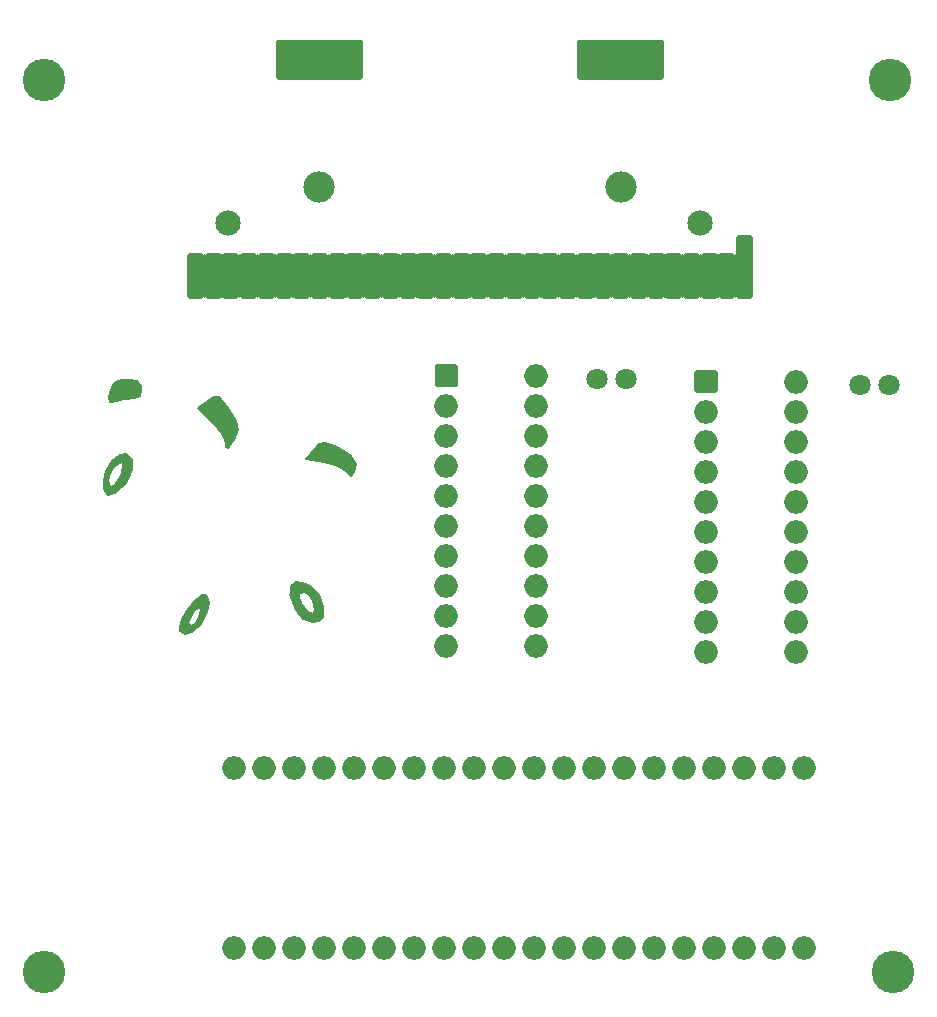
<source format=gbr>
G04 #@! TF.GenerationSoftware,KiCad,Pcbnew,(5.99.0-1468-g7e1294a4b)*
G04 #@! TF.CreationDate,2020-10-04T20:21:57+02:00*
G04 #@! TF.ProjectId,GB Dumper_SMD,47422044-756d-4706-9572-5f534d442e6b,rev?*
G04 #@! TF.SameCoordinates,Original*
G04 #@! TF.FileFunction,Soldermask,Top*
G04 #@! TF.FilePolarity,Negative*
%FSLAX46Y46*%
G04 Gerber Fmt 4.6, Leading zero omitted, Abs format (unit mm)*
G04 Created by KiCad (PCBNEW (5.99.0-1468-g7e1294a4b)) date 2020-10-04 20:21:57*
%MOMM*%
%LPD*%
G01*
G04 APERTURE LIST*
%ADD10C,0.200000*%
%ADD11C,3.600000*%
%ADD12O,2.000000X2.000000*%
%ADD13C,2.150000*%
%ADD14C,2.650000*%
%ADD15C,1.800000*%
G04 APERTURE END LIST*
G36*
X116783137Y-66181992D02*
G01*
X117108016Y-66628190D01*
X117150152Y-66848169D01*
X117072773Y-67492199D01*
X116613896Y-67657983D01*
X115742063Y-67754797D01*
X115117297Y-67889232D01*
X114520309Y-67978162D01*
X114428892Y-67655542D01*
X114535683Y-67258291D01*
X114783235Y-66529449D01*
X115091202Y-66229509D01*
X115748005Y-66134891D01*
X116008538Y-66116545D01*
X116783137Y-66181992D01*
G37*
D10*
X116783137Y-66181992D02*
X117108016Y-66628190D01*
X117150152Y-66848169D01*
X117072773Y-67492199D01*
X116613896Y-67657983D01*
X115742063Y-67754797D01*
X115117297Y-67889232D01*
X114520309Y-67978162D01*
X114428892Y-67655542D01*
X114535683Y-67258291D01*
X114783235Y-66529449D01*
X115091202Y-66229509D01*
X115748005Y-66134891D01*
X116008538Y-66116545D01*
X116783137Y-66181992D01*
G36*
X123731716Y-67585041D02*
G01*
X124210590Y-68078235D01*
X124529230Y-68489911D01*
X125217308Y-69551582D01*
X125384460Y-70369625D01*
X125057980Y-71160182D01*
X124895242Y-71388375D01*
X124505056Y-71855305D01*
X124379880Y-71750653D01*
X124370000Y-71430617D01*
X124123275Y-70802189D01*
X123501745Y-69984473D01*
X123175196Y-69651581D01*
X121980392Y-68524736D01*
X122797806Y-67908160D01*
X123337779Y-67554218D01*
X123731716Y-67585041D01*
G37*
X123731716Y-67585041D02*
X124210590Y-68078235D01*
X124529230Y-68489911D01*
X125217308Y-69551582D01*
X125384460Y-70369625D01*
X125057980Y-71160182D01*
X124895242Y-71388375D01*
X124505056Y-71855305D01*
X124379880Y-71750653D01*
X124370000Y-71430617D01*
X124123275Y-70802189D01*
X123501745Y-69984473D01*
X123175196Y-69651581D01*
X121980392Y-68524736D01*
X122797806Y-67908160D01*
X123337779Y-67554218D01*
X123731716Y-67585041D01*
G36*
X133451058Y-71701066D02*
G01*
X133732990Y-71815944D01*
X134877447Y-72482422D01*
X135336169Y-73243669D01*
X135184006Y-73933998D01*
X134894936Y-74238522D01*
X134562413Y-73902069D01*
X134557379Y-73894374D01*
X134008244Y-73508718D01*
X133047917Y-73180392D01*
X132648356Y-73098520D01*
X131088685Y-72837756D01*
X131753990Y-72055768D01*
X132233214Y-71572005D01*
X132701470Y-71465579D01*
X133451058Y-71701066D01*
G37*
X133451058Y-71701066D02*
X133732990Y-71815944D01*
X134877447Y-72482422D01*
X135336169Y-73243669D01*
X135184006Y-73933998D01*
X134894936Y-74238522D01*
X134562413Y-73902069D01*
X134557379Y-73894374D01*
X134008244Y-73508718D01*
X133047917Y-73180392D01*
X132648356Y-73098520D01*
X131088685Y-72837756D01*
X131753990Y-72055768D01*
X132233214Y-71572005D01*
X132701470Y-71465579D01*
X133451058Y-71701066D01*
G36*
X114701372Y-72955952D02*
G01*
X115356158Y-72437453D01*
X115907236Y-72411790D01*
X116416495Y-72923035D01*
X116398209Y-73767309D01*
X115860704Y-74803541D01*
X115758119Y-74938656D01*
X114980867Y-75698517D01*
X114385440Y-75836165D01*
X114046047Y-75355432D01*
X113995352Y-74847660D01*
X114024944Y-74697530D01*
X114353099Y-74697530D01*
X114516780Y-75139804D01*
X114894704Y-75052224D01*
X115317195Y-74508707D01*
X115445202Y-74221793D01*
X115637335Y-73467241D01*
X115585971Y-73059679D01*
X115254752Y-73129005D01*
X114817591Y-73606760D01*
X114459186Y-74247574D01*
X114353099Y-74697530D01*
X114024944Y-74697530D01*
X114197161Y-73823833D01*
X114701372Y-72955952D01*
G37*
X114701372Y-72955952D02*
X115356158Y-72437453D01*
X115907236Y-72411790D01*
X116416495Y-72923035D01*
X116398209Y-73767309D01*
X115860704Y-74803541D01*
X115758119Y-74938656D01*
X114980867Y-75698517D01*
X114385440Y-75836165D01*
X114046047Y-75355432D01*
X113995352Y-74847660D01*
X114024944Y-74697530D01*
X114353099Y-74697530D01*
X114516780Y-75139804D01*
X114894704Y-75052224D01*
X115317195Y-74508707D01*
X115445202Y-74221793D01*
X115637335Y-73467241D01*
X115585971Y-73059679D01*
X115254752Y-73129005D01*
X114817591Y-73606760D01*
X114459186Y-74247574D01*
X114353099Y-74697530D01*
X114024944Y-74697530D01*
X114197161Y-73823833D01*
X114701372Y-72955952D01*
G36*
X130258736Y-83198448D02*
G01*
X131114054Y-83405863D01*
X131453457Y-83587504D01*
X132244679Y-84303912D01*
X132535427Y-85352246D01*
X132538637Y-85396896D01*
X132531150Y-86223188D01*
X132259634Y-86557386D01*
X131724196Y-86613662D01*
X130875384Y-86337811D01*
X130282004Y-85558188D01*
X129806023Y-84336328D01*
X129806725Y-84209640D01*
X130523753Y-84209640D01*
X130539674Y-84617491D01*
X130822024Y-85206194D01*
X131269353Y-85748760D01*
X131696499Y-85891715D01*
X131882676Y-85569681D01*
X131684730Y-84729114D01*
X131213042Y-84182889D01*
X130950035Y-84109436D01*
X130523753Y-84209640D01*
X129806725Y-84209640D01*
X129810496Y-83529176D01*
X130258736Y-83198448D01*
G37*
X130258736Y-83198448D02*
X131114054Y-83405863D01*
X131453457Y-83587504D01*
X132244679Y-84303912D01*
X132535427Y-85352246D01*
X132538637Y-85396896D01*
X132531150Y-86223188D01*
X132259634Y-86557386D01*
X131724196Y-86613662D01*
X130875384Y-86337811D01*
X130282004Y-85558188D01*
X129806023Y-84336328D01*
X129806725Y-84209640D01*
X130523753Y-84209640D01*
X130539674Y-84617491D01*
X130822024Y-85206194D01*
X131269353Y-85748760D01*
X131696499Y-85891715D01*
X131882676Y-85569681D01*
X131684730Y-84729114D01*
X131213042Y-84182889D01*
X130950035Y-84109436D01*
X130523753Y-84209640D01*
X129806725Y-84209640D01*
X129810496Y-83529176D01*
X130258736Y-83198448D01*
G36*
X121121239Y-85539214D02*
G01*
X121732393Y-84808626D01*
X122302691Y-84348499D01*
X122613877Y-84308463D01*
X122923853Y-84874365D01*
X122770771Y-85756314D01*
X122197556Y-86744290D01*
X121458963Y-87455373D01*
X120841728Y-87656624D01*
X120479252Y-87328778D01*
X120434789Y-86998856D01*
X120530074Y-86682037D01*
X121150282Y-86682037D01*
X121341097Y-86971430D01*
X121730111Y-86813155D01*
X122006373Y-86405529D01*
X122212123Y-85633062D01*
X122106896Y-85339927D01*
X121735441Y-85621788D01*
X121675524Y-85698235D01*
X121267606Y-86345150D01*
X121150282Y-86682037D01*
X120530074Y-86682037D01*
X120633836Y-86337034D01*
X121121239Y-85539214D01*
G37*
X121121239Y-85539214D02*
X121732393Y-84808626D01*
X122302691Y-84348499D01*
X122613877Y-84308463D01*
X122923853Y-84874365D01*
X122770771Y-85756314D01*
X122197556Y-86744290D01*
X121458963Y-87455373D01*
X120841728Y-87656624D01*
X120479252Y-87328778D01*
X120434789Y-86998856D01*
X120530074Y-86682037D01*
X121150282Y-86682037D01*
X121341097Y-86971430D01*
X121730111Y-86813155D01*
X122006373Y-86405529D01*
X122212123Y-85633062D01*
X122106896Y-85339927D01*
X121735441Y-85621788D01*
X121675524Y-85698235D01*
X121267606Y-86345150D01*
X121150282Y-86682037D01*
X120530074Y-86682037D01*
X120633836Y-86337034D01*
X121121239Y-85539214D01*
G36*
X116783137Y-66181992D02*
G01*
X117108016Y-66628190D01*
X117150152Y-66848169D01*
X117072773Y-67492199D01*
X116613896Y-67657983D01*
X115742063Y-67754797D01*
X115117297Y-67889232D01*
X114520309Y-67978162D01*
X114428892Y-67655542D01*
X114535683Y-67258291D01*
X114783235Y-66529449D01*
X115091202Y-66229509D01*
X115748005Y-66134891D01*
X116008538Y-66116545D01*
X116783137Y-66181992D01*
G37*
X116783137Y-66181992D02*
X117108016Y-66628190D01*
X117150152Y-66848169D01*
X117072773Y-67492199D01*
X116613896Y-67657983D01*
X115742063Y-67754797D01*
X115117297Y-67889232D01*
X114520309Y-67978162D01*
X114428892Y-67655542D01*
X114535683Y-67258291D01*
X114783235Y-66529449D01*
X115091202Y-66229509D01*
X115748005Y-66134891D01*
X116008538Y-66116545D01*
X116783137Y-66181992D01*
G36*
X123731716Y-67585041D02*
G01*
X124210590Y-68078235D01*
X124529230Y-68489911D01*
X125217308Y-69551582D01*
X125384460Y-70369625D01*
X125057980Y-71160182D01*
X124895242Y-71388375D01*
X124505056Y-71855305D01*
X124379880Y-71750653D01*
X124370000Y-71430617D01*
X124123275Y-70802189D01*
X123501745Y-69984473D01*
X123175196Y-69651581D01*
X121980392Y-68524736D01*
X122797806Y-67908160D01*
X123337779Y-67554218D01*
X123731716Y-67585041D01*
G37*
X123731716Y-67585041D02*
X124210590Y-68078235D01*
X124529230Y-68489911D01*
X125217308Y-69551582D01*
X125384460Y-70369625D01*
X125057980Y-71160182D01*
X124895242Y-71388375D01*
X124505056Y-71855305D01*
X124379880Y-71750653D01*
X124370000Y-71430617D01*
X124123275Y-70802189D01*
X123501745Y-69984473D01*
X123175196Y-69651581D01*
X121980392Y-68524736D01*
X122797806Y-67908160D01*
X123337779Y-67554218D01*
X123731716Y-67585041D01*
G36*
X133451058Y-71701066D02*
G01*
X133732990Y-71815944D01*
X134877447Y-72482422D01*
X135336169Y-73243669D01*
X135184006Y-73933998D01*
X134894936Y-74238522D01*
X134562413Y-73902069D01*
X134557379Y-73894374D01*
X134008244Y-73508718D01*
X133047917Y-73180392D01*
X132648356Y-73098520D01*
X131088685Y-72837756D01*
X131753990Y-72055768D01*
X132233214Y-71572005D01*
X132701470Y-71465579D01*
X133451058Y-71701066D01*
G37*
X133451058Y-71701066D02*
X133732990Y-71815944D01*
X134877447Y-72482422D01*
X135336169Y-73243669D01*
X135184006Y-73933998D01*
X134894936Y-74238522D01*
X134562413Y-73902069D01*
X134557379Y-73894374D01*
X134008244Y-73508718D01*
X133047917Y-73180392D01*
X132648356Y-73098520D01*
X131088685Y-72837756D01*
X131753990Y-72055768D01*
X132233214Y-71572005D01*
X132701470Y-71465579D01*
X133451058Y-71701066D01*
G36*
X114701372Y-72955952D02*
G01*
X115356158Y-72437453D01*
X115907236Y-72411790D01*
X116416495Y-72923035D01*
X116398209Y-73767309D01*
X115860704Y-74803541D01*
X115758119Y-74938656D01*
X114980867Y-75698517D01*
X114385440Y-75836165D01*
X114046047Y-75355432D01*
X113995352Y-74847660D01*
X114024944Y-74697530D01*
X114353099Y-74697530D01*
X114516780Y-75139804D01*
X114894704Y-75052224D01*
X115317195Y-74508707D01*
X115445202Y-74221793D01*
X115637335Y-73467241D01*
X115585971Y-73059679D01*
X115254752Y-73129005D01*
X114817591Y-73606760D01*
X114459186Y-74247574D01*
X114353099Y-74697530D01*
X114024944Y-74697530D01*
X114197161Y-73823833D01*
X114701372Y-72955952D01*
G37*
X114701372Y-72955952D02*
X115356158Y-72437453D01*
X115907236Y-72411790D01*
X116416495Y-72923035D01*
X116398209Y-73767309D01*
X115860704Y-74803541D01*
X115758119Y-74938656D01*
X114980867Y-75698517D01*
X114385440Y-75836165D01*
X114046047Y-75355432D01*
X113995352Y-74847660D01*
X114024944Y-74697530D01*
X114353099Y-74697530D01*
X114516780Y-75139804D01*
X114894704Y-75052224D01*
X115317195Y-74508707D01*
X115445202Y-74221793D01*
X115637335Y-73467241D01*
X115585971Y-73059679D01*
X115254752Y-73129005D01*
X114817591Y-73606760D01*
X114459186Y-74247574D01*
X114353099Y-74697530D01*
X114024944Y-74697530D01*
X114197161Y-73823833D01*
X114701372Y-72955952D01*
G36*
X130258736Y-83198448D02*
G01*
X131114054Y-83405863D01*
X131453457Y-83587504D01*
X132244679Y-84303912D01*
X132535427Y-85352246D01*
X132538637Y-85396896D01*
X132531150Y-86223188D01*
X132259634Y-86557386D01*
X131724196Y-86613662D01*
X130875384Y-86337811D01*
X130282004Y-85558188D01*
X129806023Y-84336328D01*
X129806725Y-84209640D01*
X130523753Y-84209640D01*
X130539674Y-84617491D01*
X130822024Y-85206194D01*
X131269353Y-85748760D01*
X131696499Y-85891715D01*
X131882676Y-85569681D01*
X131684730Y-84729114D01*
X131213042Y-84182889D01*
X130950035Y-84109436D01*
X130523753Y-84209640D01*
X129806725Y-84209640D01*
X129810496Y-83529176D01*
X130258736Y-83198448D01*
G37*
X130258736Y-83198448D02*
X131114054Y-83405863D01*
X131453457Y-83587504D01*
X132244679Y-84303912D01*
X132535427Y-85352246D01*
X132538637Y-85396896D01*
X132531150Y-86223188D01*
X132259634Y-86557386D01*
X131724196Y-86613662D01*
X130875384Y-86337811D01*
X130282004Y-85558188D01*
X129806023Y-84336328D01*
X129806725Y-84209640D01*
X130523753Y-84209640D01*
X130539674Y-84617491D01*
X130822024Y-85206194D01*
X131269353Y-85748760D01*
X131696499Y-85891715D01*
X131882676Y-85569681D01*
X131684730Y-84729114D01*
X131213042Y-84182889D01*
X130950035Y-84109436D01*
X130523753Y-84209640D01*
X129806725Y-84209640D01*
X129810496Y-83529176D01*
X130258736Y-83198448D01*
G36*
X121121239Y-85539214D02*
G01*
X121732393Y-84808626D01*
X122302691Y-84348499D01*
X122613877Y-84308463D01*
X122923853Y-84874365D01*
X122770771Y-85756314D01*
X122197556Y-86744290D01*
X121458963Y-87455373D01*
X120841728Y-87656624D01*
X120479252Y-87328778D01*
X120434789Y-86998856D01*
X120530074Y-86682037D01*
X121150282Y-86682037D01*
X121341097Y-86971430D01*
X121730111Y-86813155D01*
X122006373Y-86405529D01*
X122212123Y-85633062D01*
X122106896Y-85339927D01*
X121735441Y-85621788D01*
X121675524Y-85698235D01*
X121267606Y-86345150D01*
X121150282Y-86682037D01*
X120530074Y-86682037D01*
X120633836Y-86337034D01*
X121121239Y-85539214D01*
G37*
X121121239Y-85539214D02*
X121732393Y-84808626D01*
X122302691Y-84348499D01*
X122613877Y-84308463D01*
X122923853Y-84874365D01*
X122770771Y-85756314D01*
X122197556Y-86744290D01*
X121458963Y-87455373D01*
X120841728Y-87656624D01*
X120479252Y-87328778D01*
X120434789Y-86998856D01*
X120530074Y-86682037D01*
X121150282Y-86682037D01*
X121341097Y-86971430D01*
X121730111Y-86813155D01*
X122006373Y-86405529D01*
X122212123Y-85633062D01*
X122106896Y-85339927D01*
X121735441Y-85621788D01*
X121675524Y-85698235D01*
X121267606Y-86345150D01*
X121150282Y-86682037D01*
X120530074Y-86682037D01*
X120633836Y-86337034D01*
X121121239Y-85539214D01*
D11*
X180560000Y-40700000D03*
X108900000Y-40700000D03*
X108900000Y-116200000D03*
X180860000Y-116200000D03*
D12*
X173250000Y-99000000D03*
X170710000Y-99000000D03*
X168170000Y-99000000D03*
X165630000Y-99000000D03*
X163090000Y-99000000D03*
X160550000Y-99000000D03*
X158010000Y-99000000D03*
X155470000Y-99000000D03*
X152930000Y-99000000D03*
X150390000Y-99000000D03*
X147850000Y-99000000D03*
X145310000Y-99000000D03*
X142770000Y-99000000D03*
X140230000Y-99000000D03*
X137690000Y-99000000D03*
X135150000Y-99000000D03*
X132610000Y-99000000D03*
X130070000Y-99000000D03*
X127530000Y-99000000D03*
X124990000Y-99000000D03*
X124990000Y-114240000D03*
X127530000Y-114240000D03*
X130070000Y-114240000D03*
X132610000Y-114240000D03*
X135150000Y-114240000D03*
X137690000Y-114240000D03*
X140230000Y-114240000D03*
X142770000Y-114240000D03*
X145310000Y-114240000D03*
X147850000Y-114240000D03*
X150390000Y-114240000D03*
X152930000Y-114240000D03*
X155470000Y-114240000D03*
X158010000Y-114240000D03*
X160550000Y-114240000D03*
X163090000Y-114240000D03*
X165630000Y-114240000D03*
X168170000Y-114240000D03*
X170710000Y-114240000D03*
X173250000Y-114240000D03*
G36*
G01*
X121060000Y-59060000D02*
X121060000Y-55560000D01*
G75*
G02*
X121260000Y-55360000I200000J0D01*
G01*
X122260000Y-55360000D01*
G75*
G02*
X122460000Y-55560000I0J-200000D01*
G01*
X122460000Y-59060000D01*
G75*
G02*
X122260000Y-59260000I-200000J0D01*
G01*
X121260000Y-59260000D01*
G75*
G02*
X121060000Y-59060000I0J200000D01*
G01*
G37*
G36*
G01*
X122560000Y-59060000D02*
X122560000Y-55560000D01*
G75*
G02*
X122760000Y-55360000I200000J0D01*
G01*
X123760000Y-55360000D01*
G75*
G02*
X123960000Y-55560000I0J-200000D01*
G01*
X123960000Y-59060000D01*
G75*
G02*
X123760000Y-59260000I-200000J0D01*
G01*
X122760000Y-59260000D01*
G75*
G02*
X122560000Y-59060000I0J200000D01*
G01*
G37*
G36*
G01*
X124060000Y-59060000D02*
X124060000Y-55560000D01*
G75*
G02*
X124260000Y-55360000I200000J0D01*
G01*
X125260000Y-55360000D01*
G75*
G02*
X125460000Y-55560000I0J-200000D01*
G01*
X125460000Y-59060000D01*
G75*
G02*
X125260000Y-59260000I-200000J0D01*
G01*
X124260000Y-59260000D01*
G75*
G02*
X124060000Y-59060000I0J200000D01*
G01*
G37*
G36*
G01*
X125560000Y-59060000D02*
X125560000Y-55560000D01*
G75*
G02*
X125760000Y-55360000I200000J0D01*
G01*
X126760000Y-55360000D01*
G75*
G02*
X126960000Y-55560000I0J-200000D01*
G01*
X126960000Y-59060000D01*
G75*
G02*
X126760000Y-59260000I-200000J0D01*
G01*
X125760000Y-59260000D01*
G75*
G02*
X125560000Y-59060000I0J200000D01*
G01*
G37*
G36*
G01*
X127060000Y-59060000D02*
X127060000Y-55560000D01*
G75*
G02*
X127260000Y-55360000I200000J0D01*
G01*
X128260000Y-55360000D01*
G75*
G02*
X128460000Y-55560000I0J-200000D01*
G01*
X128460000Y-59060000D01*
G75*
G02*
X128260000Y-59260000I-200000J0D01*
G01*
X127260000Y-59260000D01*
G75*
G02*
X127060000Y-59060000I0J200000D01*
G01*
G37*
G36*
G01*
X128560000Y-59060000D02*
X128560000Y-55560000D01*
G75*
G02*
X128760000Y-55360000I200000J0D01*
G01*
X129760000Y-55360000D01*
G75*
G02*
X129960000Y-55560000I0J-200000D01*
G01*
X129960000Y-59060000D01*
G75*
G02*
X129760000Y-59260000I-200000J0D01*
G01*
X128760000Y-59260000D01*
G75*
G02*
X128560000Y-59060000I0J200000D01*
G01*
G37*
G36*
G01*
X130060000Y-59060000D02*
X130060000Y-55560000D01*
G75*
G02*
X130260000Y-55360000I200000J0D01*
G01*
X131260000Y-55360000D01*
G75*
G02*
X131460000Y-55560000I0J-200000D01*
G01*
X131460000Y-59060000D01*
G75*
G02*
X131260000Y-59260000I-200000J0D01*
G01*
X130260000Y-59260000D01*
G75*
G02*
X130060000Y-59060000I0J200000D01*
G01*
G37*
G36*
G01*
X131560000Y-59060000D02*
X131560000Y-55560000D01*
G75*
G02*
X131760000Y-55360000I200000J0D01*
G01*
X132760000Y-55360000D01*
G75*
G02*
X132960000Y-55560000I0J-200000D01*
G01*
X132960000Y-59060000D01*
G75*
G02*
X132760000Y-59260000I-200000J0D01*
G01*
X131760000Y-59260000D01*
G75*
G02*
X131560000Y-59060000I0J200000D01*
G01*
G37*
G36*
G01*
X133060000Y-59060000D02*
X133060000Y-55560000D01*
G75*
G02*
X133260000Y-55360000I200000J0D01*
G01*
X134260000Y-55360000D01*
G75*
G02*
X134460000Y-55560000I0J-200000D01*
G01*
X134460000Y-59060000D01*
G75*
G02*
X134260000Y-59260000I-200000J0D01*
G01*
X133260000Y-59260000D01*
G75*
G02*
X133060000Y-59060000I0J200000D01*
G01*
G37*
G36*
G01*
X134560000Y-59060000D02*
X134560000Y-55560000D01*
G75*
G02*
X134760000Y-55360000I200000J0D01*
G01*
X135760000Y-55360000D01*
G75*
G02*
X135960000Y-55560000I0J-200000D01*
G01*
X135960000Y-59060000D01*
G75*
G02*
X135760000Y-59260000I-200000J0D01*
G01*
X134760000Y-59260000D01*
G75*
G02*
X134560000Y-59060000I0J200000D01*
G01*
G37*
G36*
G01*
X136060000Y-59060000D02*
X136060000Y-55560000D01*
G75*
G02*
X136260000Y-55360000I200000J0D01*
G01*
X137260000Y-55360000D01*
G75*
G02*
X137460000Y-55560000I0J-200000D01*
G01*
X137460000Y-59060000D01*
G75*
G02*
X137260000Y-59260000I-200000J0D01*
G01*
X136260000Y-59260000D01*
G75*
G02*
X136060000Y-59060000I0J200000D01*
G01*
G37*
G36*
G01*
X137560000Y-59060000D02*
X137560000Y-55560000D01*
G75*
G02*
X137760000Y-55360000I200000J0D01*
G01*
X138760000Y-55360000D01*
G75*
G02*
X138960000Y-55560000I0J-200000D01*
G01*
X138960000Y-59060000D01*
G75*
G02*
X138760000Y-59260000I-200000J0D01*
G01*
X137760000Y-59260000D01*
G75*
G02*
X137560000Y-59060000I0J200000D01*
G01*
G37*
G36*
G01*
X139060000Y-59060000D02*
X139060000Y-55560000D01*
G75*
G02*
X139260000Y-55360000I200000J0D01*
G01*
X140260000Y-55360000D01*
G75*
G02*
X140460000Y-55560000I0J-200000D01*
G01*
X140460000Y-59060000D01*
G75*
G02*
X140260000Y-59260000I-200000J0D01*
G01*
X139260000Y-59260000D01*
G75*
G02*
X139060000Y-59060000I0J200000D01*
G01*
G37*
G36*
G01*
X140560000Y-59060000D02*
X140560000Y-55560000D01*
G75*
G02*
X140760000Y-55360000I200000J0D01*
G01*
X141760000Y-55360000D01*
G75*
G02*
X141960000Y-55560000I0J-200000D01*
G01*
X141960000Y-59060000D01*
G75*
G02*
X141760000Y-59260000I-200000J0D01*
G01*
X140760000Y-59260000D01*
G75*
G02*
X140560000Y-59060000I0J200000D01*
G01*
G37*
G36*
G01*
X142060000Y-59060000D02*
X142060000Y-55560000D01*
G75*
G02*
X142260000Y-55360000I200000J0D01*
G01*
X143260000Y-55360000D01*
G75*
G02*
X143460000Y-55560000I0J-200000D01*
G01*
X143460000Y-59060000D01*
G75*
G02*
X143260000Y-59260000I-200000J0D01*
G01*
X142260000Y-59260000D01*
G75*
G02*
X142060000Y-59060000I0J200000D01*
G01*
G37*
G36*
G01*
X143560000Y-59060000D02*
X143560000Y-55560000D01*
G75*
G02*
X143760000Y-55360000I200000J0D01*
G01*
X144760000Y-55360000D01*
G75*
G02*
X144960000Y-55560000I0J-200000D01*
G01*
X144960000Y-59060000D01*
G75*
G02*
X144760000Y-59260000I-200000J0D01*
G01*
X143760000Y-59260000D01*
G75*
G02*
X143560000Y-59060000I0J200000D01*
G01*
G37*
G36*
G01*
X145060000Y-59060000D02*
X145060000Y-55560000D01*
G75*
G02*
X145260000Y-55360000I200000J0D01*
G01*
X146260000Y-55360000D01*
G75*
G02*
X146460000Y-55560000I0J-200000D01*
G01*
X146460000Y-59060000D01*
G75*
G02*
X146260000Y-59260000I-200000J0D01*
G01*
X145260000Y-59260000D01*
G75*
G02*
X145060000Y-59060000I0J200000D01*
G01*
G37*
G36*
G01*
X146560000Y-59060000D02*
X146560000Y-55560000D01*
G75*
G02*
X146760000Y-55360000I200000J0D01*
G01*
X147760000Y-55360000D01*
G75*
G02*
X147960000Y-55560000I0J-200000D01*
G01*
X147960000Y-59060000D01*
G75*
G02*
X147760000Y-59260000I-200000J0D01*
G01*
X146760000Y-59260000D01*
G75*
G02*
X146560000Y-59060000I0J200000D01*
G01*
G37*
G36*
G01*
X148060000Y-59060000D02*
X148060000Y-55560000D01*
G75*
G02*
X148260000Y-55360000I200000J0D01*
G01*
X149260000Y-55360000D01*
G75*
G02*
X149460000Y-55560000I0J-200000D01*
G01*
X149460000Y-59060000D01*
G75*
G02*
X149260000Y-59260000I-200000J0D01*
G01*
X148260000Y-59260000D01*
G75*
G02*
X148060000Y-59060000I0J200000D01*
G01*
G37*
G36*
G01*
X149560000Y-59060000D02*
X149560000Y-55560000D01*
G75*
G02*
X149760000Y-55360000I200000J0D01*
G01*
X150760000Y-55360000D01*
G75*
G02*
X150960000Y-55560000I0J-200000D01*
G01*
X150960000Y-59060000D01*
G75*
G02*
X150760000Y-59260000I-200000J0D01*
G01*
X149760000Y-59260000D01*
G75*
G02*
X149560000Y-59060000I0J200000D01*
G01*
G37*
G36*
G01*
X151060000Y-59060000D02*
X151060000Y-55560000D01*
G75*
G02*
X151260000Y-55360000I200000J0D01*
G01*
X152260000Y-55360000D01*
G75*
G02*
X152460000Y-55560000I0J-200000D01*
G01*
X152460000Y-59060000D01*
G75*
G02*
X152260000Y-59260000I-200000J0D01*
G01*
X151260000Y-59260000D01*
G75*
G02*
X151060000Y-59060000I0J200000D01*
G01*
G37*
G36*
G01*
X152560000Y-59060000D02*
X152560000Y-55560000D01*
G75*
G02*
X152760000Y-55360000I200000J0D01*
G01*
X153760000Y-55360000D01*
G75*
G02*
X153960000Y-55560000I0J-200000D01*
G01*
X153960000Y-59060000D01*
G75*
G02*
X153760000Y-59260000I-200000J0D01*
G01*
X152760000Y-59260000D01*
G75*
G02*
X152560000Y-59060000I0J200000D01*
G01*
G37*
G36*
G01*
X154060000Y-59060000D02*
X154060000Y-55560000D01*
G75*
G02*
X154260000Y-55360000I200000J0D01*
G01*
X155260000Y-55360000D01*
G75*
G02*
X155460000Y-55560000I0J-200000D01*
G01*
X155460000Y-59060000D01*
G75*
G02*
X155260000Y-59260000I-200000J0D01*
G01*
X154260000Y-59260000D01*
G75*
G02*
X154060000Y-59060000I0J200000D01*
G01*
G37*
G36*
G01*
X155560000Y-59060000D02*
X155560000Y-55560000D01*
G75*
G02*
X155760000Y-55360000I200000J0D01*
G01*
X156760000Y-55360000D01*
G75*
G02*
X156960000Y-55560000I0J-200000D01*
G01*
X156960000Y-59060000D01*
G75*
G02*
X156760000Y-59260000I-200000J0D01*
G01*
X155760000Y-59260000D01*
G75*
G02*
X155560000Y-59060000I0J200000D01*
G01*
G37*
G36*
G01*
X157060000Y-59060000D02*
X157060000Y-55560000D01*
G75*
G02*
X157260000Y-55360000I200000J0D01*
G01*
X158260000Y-55360000D01*
G75*
G02*
X158460000Y-55560000I0J-200000D01*
G01*
X158460000Y-59060000D01*
G75*
G02*
X158260000Y-59260000I-200000J0D01*
G01*
X157260000Y-59260000D01*
G75*
G02*
X157060000Y-59060000I0J200000D01*
G01*
G37*
G36*
G01*
X158560000Y-59060000D02*
X158560000Y-55560000D01*
G75*
G02*
X158760000Y-55360000I200000J0D01*
G01*
X159760000Y-55360000D01*
G75*
G02*
X159960000Y-55560000I0J-200000D01*
G01*
X159960000Y-59060000D01*
G75*
G02*
X159760000Y-59260000I-200000J0D01*
G01*
X158760000Y-59260000D01*
G75*
G02*
X158560000Y-59060000I0J200000D01*
G01*
G37*
G36*
G01*
X160060000Y-59060000D02*
X160060000Y-55560000D01*
G75*
G02*
X160260000Y-55360000I200000J0D01*
G01*
X161260000Y-55360000D01*
G75*
G02*
X161460000Y-55560000I0J-200000D01*
G01*
X161460000Y-59060000D01*
G75*
G02*
X161260000Y-59260000I-200000J0D01*
G01*
X160260000Y-59260000D01*
G75*
G02*
X160060000Y-59060000I0J200000D01*
G01*
G37*
G36*
G01*
X161560000Y-59060000D02*
X161560000Y-55560000D01*
G75*
G02*
X161760000Y-55360000I200000J0D01*
G01*
X162760000Y-55360000D01*
G75*
G02*
X162960000Y-55560000I0J-200000D01*
G01*
X162960000Y-59060000D01*
G75*
G02*
X162760000Y-59260000I-200000J0D01*
G01*
X161760000Y-59260000D01*
G75*
G02*
X161560000Y-59060000I0J200000D01*
G01*
G37*
G36*
G01*
X163060000Y-59060000D02*
X163060000Y-55560000D01*
G75*
G02*
X163260000Y-55360000I200000J0D01*
G01*
X164260000Y-55360000D01*
G75*
G02*
X164460000Y-55560000I0J-200000D01*
G01*
X164460000Y-59060000D01*
G75*
G02*
X164260000Y-59260000I-200000J0D01*
G01*
X163260000Y-59260000D01*
G75*
G02*
X163060000Y-59060000I0J200000D01*
G01*
G37*
G36*
G01*
X164560000Y-59060000D02*
X164560000Y-55560000D01*
G75*
G02*
X164760000Y-55360000I200000J0D01*
G01*
X165760000Y-55360000D01*
G75*
G02*
X165960000Y-55560000I0J-200000D01*
G01*
X165960000Y-59060000D01*
G75*
G02*
X165760000Y-59260000I-200000J0D01*
G01*
X164760000Y-59260000D01*
G75*
G02*
X164560000Y-59060000I0J200000D01*
G01*
G37*
G36*
G01*
X166060000Y-59060000D02*
X166060000Y-55560000D01*
G75*
G02*
X166260000Y-55360000I200000J0D01*
G01*
X167260000Y-55360000D01*
G75*
G02*
X167460000Y-55560000I0J-200000D01*
G01*
X167460000Y-59060000D01*
G75*
G02*
X167260000Y-59260000I-200000J0D01*
G01*
X166260000Y-59260000D01*
G75*
G02*
X166060000Y-59060000I0J200000D01*
G01*
G37*
G36*
G01*
X167560000Y-59060000D02*
X167560000Y-54060000D01*
G75*
G02*
X167760000Y-53860000I200000J0D01*
G01*
X168760000Y-53860000D01*
G75*
G02*
X168960000Y-54060000I0J-200000D01*
G01*
X168960000Y-59060000D01*
G75*
G02*
X168760000Y-59260000I-200000J0D01*
G01*
X167760000Y-59260000D01*
G75*
G02*
X167560000Y-59060000I0J200000D01*
G01*
G37*
D13*
X124510000Y-52810000D03*
X164510000Y-52810000D03*
D14*
X132260000Y-49810000D03*
X157760000Y-49810000D03*
G36*
G01*
X128560000Y-40500000D02*
X128560000Y-37500000D01*
G75*
G02*
X128760000Y-37300000I200000J0D01*
G01*
X135760000Y-37300000D01*
G75*
G02*
X135960000Y-37500000I0J-200000D01*
G01*
X135960000Y-40500000D01*
G75*
G02*
X135760000Y-40700000I-200000J0D01*
G01*
X128760000Y-40700000D01*
G75*
G02*
X128560000Y-40500000I0J200000D01*
G01*
G37*
G36*
G01*
X154060000Y-40500000D02*
X154060000Y-37500000D01*
G75*
G02*
X154260000Y-37300000I200000J0D01*
G01*
X161260000Y-37300000D01*
G75*
G02*
X161460000Y-37500000I0J-200000D01*
G01*
X161460000Y-40500000D01*
G75*
G02*
X161260000Y-40700000I-200000J0D01*
G01*
X154260000Y-40700000D01*
G75*
G02*
X154060000Y-40500000I0J200000D01*
G01*
G37*
G36*
G01*
X164000000Y-67050000D02*
X164000000Y-65450000D01*
G75*
G02*
X164200000Y-65250000I200000J0D01*
G01*
X165800000Y-65250000D01*
G75*
G02*
X166000000Y-65450000I0J-200000D01*
G01*
X166000000Y-67050000D01*
G75*
G02*
X165800000Y-67250000I-200000J0D01*
G01*
X164200000Y-67250000D01*
G75*
G02*
X164000000Y-67050000I0J200000D01*
G01*
G37*
D12*
X172620000Y-89110000D03*
X165000000Y-68790000D03*
X172620000Y-86570000D03*
X165000000Y-71330000D03*
X172620000Y-84030000D03*
X165000000Y-73870000D03*
X172620000Y-81490000D03*
X165000000Y-76410000D03*
X172620000Y-78950000D03*
X165000000Y-78950000D03*
X172620000Y-76410000D03*
X165000000Y-81490000D03*
X172620000Y-73870000D03*
X165000000Y-84030000D03*
X172620000Y-71330000D03*
X165000000Y-86570000D03*
X172620000Y-68790000D03*
X165000000Y-89110000D03*
X172620000Y-66250000D03*
G36*
G01*
X142000000Y-66550000D02*
X142000000Y-64950000D01*
G75*
G02*
X142200000Y-64750000I200000J0D01*
G01*
X143800000Y-64750000D01*
G75*
G02*
X144000000Y-64950000I0J-200000D01*
G01*
X144000000Y-66550000D01*
G75*
G02*
X143800000Y-66750000I-200000J0D01*
G01*
X142200000Y-66750000D01*
G75*
G02*
X142000000Y-66550000I0J200000D01*
G01*
G37*
X150620000Y-88610000D03*
X143000000Y-68290000D03*
X150620000Y-86070000D03*
X143000000Y-70830000D03*
X150620000Y-83530000D03*
X143000000Y-73370000D03*
X150620000Y-80990000D03*
X143000000Y-75910000D03*
X150620000Y-78450000D03*
X143000000Y-78450000D03*
X150620000Y-75910000D03*
X143000000Y-80990000D03*
X150620000Y-73370000D03*
X143000000Y-83530000D03*
X150620000Y-70830000D03*
X143000000Y-86070000D03*
X150620000Y-68290000D03*
X143000000Y-88610000D03*
X150620000Y-65750000D03*
D15*
X155750000Y-66000000D03*
X158250000Y-66000000D03*
X180500000Y-66500000D03*
X178000000Y-66500000D03*
G36*
X164612259Y-55430639D02*
G01*
X164611952Y-55432097D01*
X164577109Y-55484242D01*
X164562000Y-55560199D01*
X164562000Y-59059801D01*
X164577109Y-59135758D01*
X164605672Y-59178505D01*
X164605803Y-59180501D01*
X164604140Y-59181612D01*
X164602862Y-59181254D01*
X164554480Y-59147376D01*
X164491091Y-59141831D01*
X164433335Y-59168762D01*
X164424830Y-59178899D01*
X164424584Y-59179145D01*
X164410998Y-59190545D01*
X164409028Y-59190892D01*
X164407742Y-59189360D01*
X164408049Y-59187902D01*
X164442891Y-59135758D01*
X164458000Y-59059801D01*
X164458000Y-55560199D01*
X164442891Y-55484242D01*
X164414329Y-55441497D01*
X164414198Y-55439501D01*
X164415861Y-55438390D01*
X164417139Y-55438748D01*
X164465519Y-55472624D01*
X164528908Y-55478170D01*
X164586664Y-55451240D01*
X164595173Y-55441098D01*
X164595419Y-55440852D01*
X164609003Y-55429454D01*
X164610973Y-55429107D01*
X164612259Y-55430639D01*
G37*
G36*
X127112259Y-55430639D02*
G01*
X127111952Y-55432097D01*
X127077109Y-55484242D01*
X127062000Y-55560199D01*
X127062000Y-59059801D01*
X127077109Y-59135758D01*
X127105672Y-59178505D01*
X127105803Y-59180501D01*
X127104140Y-59181612D01*
X127102862Y-59181254D01*
X127054480Y-59147376D01*
X126991091Y-59141831D01*
X126933335Y-59168762D01*
X126924830Y-59178899D01*
X126924584Y-59179145D01*
X126910998Y-59190545D01*
X126909028Y-59190892D01*
X126907742Y-59189360D01*
X126908049Y-59187902D01*
X126942891Y-59135758D01*
X126958000Y-59059801D01*
X126958000Y-55560199D01*
X126942891Y-55484242D01*
X126914329Y-55441497D01*
X126914198Y-55439501D01*
X126915861Y-55438390D01*
X126917139Y-55438748D01*
X126965519Y-55472624D01*
X127028908Y-55478170D01*
X127086664Y-55451240D01*
X127095173Y-55441098D01*
X127095419Y-55440852D01*
X127109003Y-55429454D01*
X127110973Y-55429107D01*
X127112259Y-55430639D01*
G37*
G36*
X128612259Y-55430639D02*
G01*
X128611952Y-55432097D01*
X128577109Y-55484242D01*
X128562000Y-55560199D01*
X128562000Y-59059801D01*
X128577109Y-59135758D01*
X128605672Y-59178505D01*
X128605803Y-59180501D01*
X128604140Y-59181612D01*
X128602862Y-59181254D01*
X128554480Y-59147376D01*
X128491091Y-59141831D01*
X128433335Y-59168762D01*
X128424830Y-59178899D01*
X128424584Y-59179145D01*
X128410998Y-59190545D01*
X128409028Y-59190892D01*
X128407742Y-59189360D01*
X128408049Y-59187902D01*
X128442891Y-59135758D01*
X128458000Y-59059801D01*
X128458000Y-55560199D01*
X128442891Y-55484242D01*
X128414329Y-55441497D01*
X128414198Y-55439501D01*
X128415861Y-55438390D01*
X128417139Y-55438748D01*
X128465519Y-55472624D01*
X128528908Y-55478170D01*
X128586664Y-55451240D01*
X128595173Y-55441098D01*
X128595419Y-55440852D01*
X128609003Y-55429454D01*
X128610973Y-55429107D01*
X128612259Y-55430639D01*
G37*
G36*
X167561414Y-55290048D02*
G01*
X167562000Y-55291462D01*
X167562000Y-59059801D01*
X167577109Y-59135758D01*
X167605672Y-59178505D01*
X167605803Y-59180501D01*
X167604140Y-59181612D01*
X167602862Y-59181254D01*
X167554480Y-59147376D01*
X167491091Y-59141831D01*
X167433335Y-59168762D01*
X167424830Y-59178899D01*
X167424584Y-59179145D01*
X167410998Y-59190545D01*
X167409028Y-59190892D01*
X167407742Y-59189360D01*
X167408049Y-59187902D01*
X167442891Y-59135758D01*
X167458000Y-59059801D01*
X167458000Y-55560199D01*
X167442891Y-55484242D01*
X167399979Y-55420021D01*
X167372537Y-55401684D01*
X167371652Y-55399890D01*
X167372763Y-55398227D01*
X167374166Y-55398089D01*
X167435001Y-55414390D01*
X167496466Y-55397920D01*
X167541459Y-55352928D01*
X167558068Y-55290944D01*
X167559482Y-55289530D01*
X167561414Y-55290048D01*
G37*
G36*
X142112259Y-55430639D02*
G01*
X142111952Y-55432097D01*
X142077109Y-55484242D01*
X142062000Y-55560199D01*
X142062000Y-59059801D01*
X142077109Y-59135758D01*
X142105672Y-59178505D01*
X142105803Y-59180501D01*
X142104140Y-59181612D01*
X142102862Y-59181254D01*
X142054480Y-59147376D01*
X141991091Y-59141831D01*
X141933335Y-59168762D01*
X141924830Y-59178899D01*
X141924584Y-59179145D01*
X141910998Y-59190545D01*
X141909028Y-59190892D01*
X141907742Y-59189360D01*
X141908049Y-59187902D01*
X141942891Y-59135758D01*
X141958000Y-59059801D01*
X141958000Y-55560199D01*
X141942891Y-55484242D01*
X141914329Y-55441497D01*
X141914198Y-55439501D01*
X141915861Y-55438390D01*
X141917139Y-55438748D01*
X141965519Y-55472624D01*
X142028908Y-55478170D01*
X142086664Y-55451240D01*
X142095173Y-55441098D01*
X142095419Y-55440852D01*
X142109003Y-55429454D01*
X142110973Y-55429107D01*
X142112259Y-55430639D01*
G37*
G36*
X136112259Y-55430639D02*
G01*
X136111952Y-55432097D01*
X136077109Y-55484242D01*
X136062000Y-55560199D01*
X136062000Y-59059801D01*
X136077109Y-59135758D01*
X136105672Y-59178505D01*
X136105803Y-59180501D01*
X136104140Y-59181612D01*
X136102862Y-59181254D01*
X136054480Y-59147376D01*
X135991091Y-59141831D01*
X135933335Y-59168762D01*
X135924830Y-59178899D01*
X135924584Y-59179145D01*
X135910998Y-59190545D01*
X135909028Y-59190892D01*
X135907742Y-59189360D01*
X135908049Y-59187902D01*
X135942891Y-59135758D01*
X135958000Y-59059801D01*
X135958000Y-55560199D01*
X135942891Y-55484242D01*
X135914329Y-55441497D01*
X135914198Y-55439501D01*
X135915861Y-55438390D01*
X135917139Y-55438748D01*
X135965519Y-55472624D01*
X136028908Y-55478170D01*
X136086664Y-55451240D01*
X136095173Y-55441098D01*
X136095419Y-55440852D01*
X136109003Y-55429454D01*
X136110973Y-55429107D01*
X136112259Y-55430639D01*
G37*
G36*
X163112259Y-55430639D02*
G01*
X163111952Y-55432097D01*
X163077109Y-55484242D01*
X163062000Y-55560199D01*
X163062000Y-59059801D01*
X163077109Y-59135758D01*
X163105672Y-59178505D01*
X163105803Y-59180501D01*
X163104140Y-59181612D01*
X163102862Y-59181254D01*
X163054480Y-59147376D01*
X162991091Y-59141831D01*
X162933335Y-59168762D01*
X162924830Y-59178899D01*
X162924584Y-59179145D01*
X162910998Y-59190545D01*
X162909028Y-59190892D01*
X162907742Y-59189360D01*
X162908049Y-59187902D01*
X162942891Y-59135758D01*
X162958000Y-59059801D01*
X162958000Y-55560199D01*
X162942891Y-55484242D01*
X162914329Y-55441497D01*
X162914198Y-55439501D01*
X162915861Y-55438390D01*
X162917139Y-55438748D01*
X162965519Y-55472624D01*
X163028908Y-55478170D01*
X163086664Y-55451240D01*
X163095173Y-55441098D01*
X163095419Y-55440852D01*
X163109003Y-55429454D01*
X163110973Y-55429107D01*
X163112259Y-55430639D01*
G37*
G36*
X146612259Y-55430639D02*
G01*
X146611952Y-55432097D01*
X146577109Y-55484242D01*
X146562000Y-55560199D01*
X146562000Y-59059801D01*
X146577109Y-59135758D01*
X146605672Y-59178505D01*
X146605803Y-59180501D01*
X146604140Y-59181612D01*
X146602862Y-59181254D01*
X146554480Y-59147376D01*
X146491091Y-59141831D01*
X146433335Y-59168762D01*
X146424830Y-59178899D01*
X146424584Y-59179145D01*
X146410998Y-59190545D01*
X146409028Y-59190892D01*
X146407742Y-59189360D01*
X146408049Y-59187902D01*
X146442891Y-59135758D01*
X146458000Y-59059801D01*
X146458000Y-55560199D01*
X146442891Y-55484242D01*
X146414329Y-55441497D01*
X146414198Y-55439501D01*
X146415861Y-55438390D01*
X146417139Y-55438748D01*
X146465519Y-55472624D01*
X146528908Y-55478170D01*
X146586664Y-55451240D01*
X146595173Y-55441098D01*
X146595419Y-55440852D01*
X146609003Y-55429454D01*
X146610973Y-55429107D01*
X146612259Y-55430639D01*
G37*
G36*
X130112259Y-55430639D02*
G01*
X130111952Y-55432097D01*
X130077109Y-55484242D01*
X130062000Y-55560199D01*
X130062000Y-59059801D01*
X130077109Y-59135758D01*
X130105672Y-59178505D01*
X130105803Y-59180501D01*
X130104140Y-59181612D01*
X130102862Y-59181254D01*
X130054480Y-59147376D01*
X129991091Y-59141831D01*
X129933335Y-59168762D01*
X129924830Y-59178899D01*
X129924584Y-59179145D01*
X129910998Y-59190545D01*
X129909028Y-59190892D01*
X129907742Y-59189360D01*
X129908049Y-59187902D01*
X129942891Y-59135758D01*
X129958000Y-59059801D01*
X129958000Y-55560199D01*
X129942891Y-55484242D01*
X129914329Y-55441497D01*
X129914198Y-55439501D01*
X129915861Y-55438390D01*
X129917139Y-55438748D01*
X129965519Y-55472624D01*
X130028908Y-55478170D01*
X130086664Y-55451240D01*
X130095173Y-55441098D01*
X130095419Y-55440852D01*
X130109003Y-55429454D01*
X130110973Y-55429107D01*
X130112259Y-55430639D01*
G37*
G36*
X151112259Y-55430639D02*
G01*
X151111952Y-55432097D01*
X151077109Y-55484242D01*
X151062000Y-55560199D01*
X151062000Y-59059801D01*
X151077109Y-59135758D01*
X151105672Y-59178505D01*
X151105803Y-59180501D01*
X151104140Y-59181612D01*
X151102862Y-59181254D01*
X151054480Y-59147376D01*
X150991091Y-59141831D01*
X150933335Y-59168762D01*
X150924830Y-59178899D01*
X150924584Y-59179145D01*
X150910998Y-59190545D01*
X150909028Y-59190892D01*
X150907742Y-59189360D01*
X150908049Y-59187902D01*
X150942891Y-59135758D01*
X150958000Y-59059801D01*
X150958000Y-55560199D01*
X150942891Y-55484242D01*
X150914329Y-55441497D01*
X150914198Y-55439501D01*
X150915861Y-55438390D01*
X150917139Y-55438748D01*
X150965519Y-55472624D01*
X151028908Y-55478170D01*
X151086664Y-55451240D01*
X151095173Y-55441098D01*
X151095419Y-55440852D01*
X151109003Y-55429454D01*
X151110973Y-55429107D01*
X151112259Y-55430639D01*
G37*
G36*
X125612259Y-55430639D02*
G01*
X125611952Y-55432097D01*
X125577109Y-55484242D01*
X125562000Y-55560199D01*
X125562000Y-59059801D01*
X125577109Y-59135758D01*
X125605672Y-59178505D01*
X125605803Y-59180501D01*
X125604140Y-59181612D01*
X125602862Y-59181254D01*
X125554480Y-59147376D01*
X125491091Y-59141831D01*
X125433335Y-59168762D01*
X125424830Y-59178899D01*
X125424584Y-59179145D01*
X125410998Y-59190545D01*
X125409028Y-59190892D01*
X125407742Y-59189360D01*
X125408049Y-59187902D01*
X125442891Y-59135758D01*
X125458000Y-59059801D01*
X125458000Y-55560199D01*
X125442891Y-55484242D01*
X125414329Y-55441497D01*
X125414198Y-55439501D01*
X125415861Y-55438390D01*
X125417139Y-55438748D01*
X125465519Y-55472624D01*
X125528908Y-55478170D01*
X125586664Y-55451240D01*
X125595173Y-55441098D01*
X125595419Y-55440852D01*
X125609003Y-55429454D01*
X125610973Y-55429107D01*
X125612259Y-55430639D01*
G37*
G36*
X148112259Y-55430639D02*
G01*
X148111952Y-55432097D01*
X148077109Y-55484242D01*
X148062000Y-55560199D01*
X148062000Y-59059801D01*
X148077109Y-59135758D01*
X148105672Y-59178505D01*
X148105803Y-59180501D01*
X148104140Y-59181612D01*
X148102862Y-59181254D01*
X148054480Y-59147376D01*
X147991091Y-59141831D01*
X147933335Y-59168762D01*
X147924830Y-59178899D01*
X147924584Y-59179145D01*
X147910998Y-59190545D01*
X147909028Y-59190892D01*
X147907742Y-59189360D01*
X147908049Y-59187902D01*
X147942891Y-59135758D01*
X147958000Y-59059801D01*
X147958000Y-55560199D01*
X147942891Y-55484242D01*
X147914329Y-55441497D01*
X147914198Y-55439501D01*
X147915861Y-55438390D01*
X147917139Y-55438748D01*
X147965519Y-55472624D01*
X148028908Y-55478170D01*
X148086664Y-55451240D01*
X148095173Y-55441098D01*
X148095419Y-55440852D01*
X148109003Y-55429454D01*
X148110973Y-55429107D01*
X148112259Y-55430639D01*
G37*
G36*
X157112259Y-55430639D02*
G01*
X157111952Y-55432097D01*
X157077109Y-55484242D01*
X157062000Y-55560199D01*
X157062000Y-59059801D01*
X157077109Y-59135758D01*
X157105672Y-59178505D01*
X157105803Y-59180501D01*
X157104140Y-59181612D01*
X157102862Y-59181254D01*
X157054480Y-59147376D01*
X156991091Y-59141831D01*
X156933335Y-59168762D01*
X156924830Y-59178899D01*
X156924584Y-59179145D01*
X156910998Y-59190545D01*
X156909028Y-59190892D01*
X156907742Y-59189360D01*
X156908049Y-59187902D01*
X156942891Y-59135758D01*
X156958000Y-59059801D01*
X156958000Y-55560199D01*
X156942891Y-55484242D01*
X156914329Y-55441497D01*
X156914198Y-55439501D01*
X156915861Y-55438390D01*
X156917139Y-55438748D01*
X156965519Y-55472624D01*
X157028908Y-55478170D01*
X157086664Y-55451240D01*
X157095173Y-55441098D01*
X157095419Y-55440852D01*
X157109003Y-55429454D01*
X157110973Y-55429107D01*
X157112259Y-55430639D01*
G37*
G36*
X143612259Y-55430639D02*
G01*
X143611952Y-55432097D01*
X143577109Y-55484242D01*
X143562000Y-55560199D01*
X143562000Y-59059801D01*
X143577109Y-59135758D01*
X143605672Y-59178505D01*
X143605803Y-59180501D01*
X143604140Y-59181612D01*
X143602862Y-59181254D01*
X143554480Y-59147376D01*
X143491091Y-59141831D01*
X143433335Y-59168762D01*
X143424830Y-59178899D01*
X143424584Y-59179145D01*
X143410998Y-59190545D01*
X143409028Y-59190892D01*
X143407742Y-59189360D01*
X143408049Y-59187902D01*
X143442891Y-59135758D01*
X143458000Y-59059801D01*
X143458000Y-55560199D01*
X143442891Y-55484242D01*
X143414329Y-55441497D01*
X143414198Y-55439501D01*
X143415861Y-55438390D01*
X143417139Y-55438748D01*
X143465519Y-55472624D01*
X143528908Y-55478170D01*
X143586664Y-55451240D01*
X143595173Y-55441098D01*
X143595419Y-55440852D01*
X143609003Y-55429454D01*
X143610973Y-55429107D01*
X143612259Y-55430639D01*
G37*
G36*
X161612259Y-55430639D02*
G01*
X161611952Y-55432097D01*
X161577109Y-55484242D01*
X161562000Y-55560199D01*
X161562000Y-59059801D01*
X161577109Y-59135758D01*
X161605672Y-59178505D01*
X161605803Y-59180501D01*
X161604140Y-59181612D01*
X161602862Y-59181254D01*
X161554480Y-59147376D01*
X161491091Y-59141831D01*
X161433335Y-59168762D01*
X161424830Y-59178899D01*
X161424584Y-59179145D01*
X161410998Y-59190545D01*
X161409028Y-59190892D01*
X161407742Y-59189360D01*
X161408049Y-59187902D01*
X161442891Y-59135758D01*
X161458000Y-59059801D01*
X161458000Y-55560199D01*
X161442891Y-55484242D01*
X161414329Y-55441497D01*
X161414198Y-55439501D01*
X161415861Y-55438390D01*
X161417139Y-55438748D01*
X161465519Y-55472624D01*
X161528908Y-55478170D01*
X161586664Y-55451240D01*
X161595173Y-55441098D01*
X161595419Y-55440852D01*
X161609003Y-55429454D01*
X161610973Y-55429107D01*
X161612259Y-55430639D01*
G37*
G36*
X131612259Y-55430639D02*
G01*
X131611952Y-55432097D01*
X131577109Y-55484242D01*
X131562000Y-55560199D01*
X131562000Y-59059801D01*
X131577109Y-59135758D01*
X131605672Y-59178505D01*
X131605803Y-59180501D01*
X131604140Y-59181612D01*
X131602862Y-59181254D01*
X131554480Y-59147376D01*
X131491091Y-59141831D01*
X131433335Y-59168762D01*
X131424830Y-59178899D01*
X131424584Y-59179145D01*
X131410998Y-59190545D01*
X131409028Y-59190892D01*
X131407742Y-59189360D01*
X131408049Y-59187902D01*
X131442891Y-59135758D01*
X131458000Y-59059801D01*
X131458000Y-55560199D01*
X131442891Y-55484242D01*
X131414329Y-55441497D01*
X131414198Y-55439501D01*
X131415861Y-55438390D01*
X131417139Y-55438748D01*
X131465519Y-55472624D01*
X131528908Y-55478170D01*
X131586664Y-55451240D01*
X131595173Y-55441098D01*
X131595419Y-55440852D01*
X131609003Y-55429454D01*
X131610973Y-55429107D01*
X131612259Y-55430639D01*
G37*
G36*
X160112259Y-55430639D02*
G01*
X160111952Y-55432097D01*
X160077109Y-55484242D01*
X160062000Y-55560199D01*
X160062000Y-59059801D01*
X160077109Y-59135758D01*
X160105672Y-59178505D01*
X160105803Y-59180501D01*
X160104140Y-59181612D01*
X160102862Y-59181254D01*
X160054480Y-59147376D01*
X159991091Y-59141831D01*
X159933335Y-59168762D01*
X159924830Y-59178899D01*
X159924584Y-59179145D01*
X159910998Y-59190545D01*
X159909028Y-59190892D01*
X159907742Y-59189360D01*
X159908049Y-59187902D01*
X159942891Y-59135758D01*
X159958000Y-59059801D01*
X159958000Y-55560199D01*
X159942891Y-55484242D01*
X159914329Y-55441497D01*
X159914198Y-55439501D01*
X159915861Y-55438390D01*
X159917139Y-55438748D01*
X159965519Y-55472624D01*
X160028908Y-55478170D01*
X160086664Y-55451240D01*
X160095173Y-55441098D01*
X160095419Y-55440852D01*
X160109003Y-55429454D01*
X160110973Y-55429107D01*
X160112259Y-55430639D01*
G37*
G36*
X158612259Y-55430639D02*
G01*
X158611952Y-55432097D01*
X158577109Y-55484242D01*
X158562000Y-55560199D01*
X158562000Y-59059801D01*
X158577109Y-59135758D01*
X158605672Y-59178505D01*
X158605803Y-59180501D01*
X158604140Y-59181612D01*
X158602862Y-59181254D01*
X158554480Y-59147376D01*
X158491091Y-59141831D01*
X158433335Y-59168762D01*
X158424830Y-59178899D01*
X158424584Y-59179145D01*
X158410998Y-59190545D01*
X158409028Y-59190892D01*
X158407742Y-59189360D01*
X158408049Y-59187902D01*
X158442891Y-59135758D01*
X158458000Y-59059801D01*
X158458000Y-55560199D01*
X158442891Y-55484242D01*
X158414329Y-55441497D01*
X158414198Y-55439501D01*
X158415861Y-55438390D01*
X158417139Y-55438748D01*
X158465519Y-55472624D01*
X158528908Y-55478170D01*
X158586664Y-55451240D01*
X158595173Y-55441098D01*
X158595419Y-55440852D01*
X158609003Y-55429454D01*
X158610973Y-55429107D01*
X158612259Y-55430639D01*
G37*
G36*
X139112259Y-55430639D02*
G01*
X139111952Y-55432097D01*
X139077109Y-55484242D01*
X139062000Y-55560199D01*
X139062000Y-59059801D01*
X139077109Y-59135758D01*
X139105672Y-59178505D01*
X139105803Y-59180501D01*
X139104140Y-59181612D01*
X139102862Y-59181254D01*
X139054480Y-59147376D01*
X138991091Y-59141831D01*
X138933335Y-59168762D01*
X138924830Y-59178899D01*
X138924584Y-59179145D01*
X138910998Y-59190545D01*
X138909028Y-59190892D01*
X138907742Y-59189360D01*
X138908049Y-59187902D01*
X138942891Y-59135758D01*
X138958000Y-59059801D01*
X138958000Y-55560199D01*
X138942891Y-55484242D01*
X138914329Y-55441497D01*
X138914198Y-55439501D01*
X138915861Y-55438390D01*
X138917139Y-55438748D01*
X138965519Y-55472624D01*
X139028908Y-55478170D01*
X139086664Y-55451240D01*
X139095173Y-55441098D01*
X139095419Y-55440852D01*
X139109003Y-55429454D01*
X139110973Y-55429107D01*
X139112259Y-55430639D01*
G37*
G36*
X124112259Y-55430639D02*
G01*
X124111952Y-55432097D01*
X124077109Y-55484242D01*
X124062000Y-55560199D01*
X124062000Y-59059801D01*
X124077109Y-59135758D01*
X124105672Y-59178505D01*
X124105803Y-59180501D01*
X124104140Y-59181612D01*
X124102862Y-59181254D01*
X124054480Y-59147376D01*
X123991091Y-59141831D01*
X123933335Y-59168762D01*
X123924830Y-59178899D01*
X123924584Y-59179145D01*
X123910998Y-59190545D01*
X123909028Y-59190892D01*
X123907742Y-59189360D01*
X123908049Y-59187902D01*
X123942891Y-59135758D01*
X123958000Y-59059801D01*
X123958000Y-55560199D01*
X123942891Y-55484242D01*
X123914329Y-55441497D01*
X123914198Y-55439501D01*
X123915861Y-55438390D01*
X123917139Y-55438748D01*
X123965519Y-55472624D01*
X124028908Y-55478170D01*
X124086664Y-55451240D01*
X124095173Y-55441098D01*
X124095419Y-55440852D01*
X124109003Y-55429454D01*
X124110973Y-55429107D01*
X124112259Y-55430639D01*
G37*
G36*
X149612259Y-55430639D02*
G01*
X149611952Y-55432097D01*
X149577109Y-55484242D01*
X149562000Y-55560199D01*
X149562000Y-59059801D01*
X149577109Y-59135758D01*
X149605672Y-59178505D01*
X149605803Y-59180501D01*
X149604140Y-59181612D01*
X149602862Y-59181254D01*
X149554480Y-59147376D01*
X149491091Y-59141831D01*
X149433335Y-59168762D01*
X149424830Y-59178899D01*
X149424584Y-59179145D01*
X149410998Y-59190545D01*
X149409028Y-59190892D01*
X149407742Y-59189360D01*
X149408049Y-59187902D01*
X149442891Y-59135758D01*
X149458000Y-59059801D01*
X149458000Y-55560199D01*
X149442891Y-55484242D01*
X149414329Y-55441497D01*
X149414198Y-55439501D01*
X149415861Y-55438390D01*
X149417139Y-55438748D01*
X149465519Y-55472624D01*
X149528908Y-55478170D01*
X149586664Y-55451240D01*
X149595173Y-55441098D01*
X149595419Y-55440852D01*
X149609003Y-55429454D01*
X149610973Y-55429107D01*
X149612259Y-55430639D01*
G37*
G36*
X140612259Y-55430639D02*
G01*
X140611952Y-55432097D01*
X140577109Y-55484242D01*
X140562000Y-55560199D01*
X140562000Y-59059801D01*
X140577109Y-59135758D01*
X140605672Y-59178505D01*
X140605803Y-59180501D01*
X140604140Y-59181612D01*
X140602862Y-59181254D01*
X140554480Y-59147376D01*
X140491091Y-59141831D01*
X140433335Y-59168762D01*
X140424830Y-59178899D01*
X140424584Y-59179145D01*
X140410998Y-59190545D01*
X140409028Y-59190892D01*
X140407742Y-59189360D01*
X140408049Y-59187902D01*
X140442891Y-59135758D01*
X140458000Y-59059801D01*
X140458000Y-55560199D01*
X140442891Y-55484242D01*
X140414329Y-55441497D01*
X140414198Y-55439501D01*
X140415861Y-55438390D01*
X140417139Y-55438748D01*
X140465519Y-55472624D01*
X140528908Y-55478170D01*
X140586664Y-55451240D01*
X140595173Y-55441098D01*
X140595419Y-55440852D01*
X140609003Y-55429454D01*
X140610973Y-55429107D01*
X140612259Y-55430639D01*
G37*
G36*
X133112259Y-55430639D02*
G01*
X133111952Y-55432097D01*
X133077109Y-55484242D01*
X133062000Y-55560199D01*
X133062000Y-59059801D01*
X133077109Y-59135758D01*
X133105672Y-59178505D01*
X133105803Y-59180501D01*
X133104140Y-59181612D01*
X133102862Y-59181254D01*
X133054480Y-59147376D01*
X132991091Y-59141831D01*
X132933335Y-59168762D01*
X132924830Y-59178899D01*
X132924584Y-59179145D01*
X132910998Y-59190545D01*
X132909028Y-59190892D01*
X132907742Y-59189360D01*
X132908049Y-59187902D01*
X132942891Y-59135758D01*
X132958000Y-59059801D01*
X132958000Y-55560199D01*
X132942891Y-55484242D01*
X132914329Y-55441497D01*
X132914198Y-55439501D01*
X132915861Y-55438390D01*
X132917139Y-55438748D01*
X132965519Y-55472624D01*
X133028908Y-55478170D01*
X133086664Y-55451240D01*
X133095173Y-55441098D01*
X133095419Y-55440852D01*
X133109003Y-55429454D01*
X133110973Y-55429107D01*
X133112259Y-55430639D01*
G37*
G36*
X155612259Y-55430639D02*
G01*
X155611952Y-55432097D01*
X155577109Y-55484242D01*
X155562000Y-55560199D01*
X155562000Y-59059801D01*
X155577109Y-59135758D01*
X155605672Y-59178505D01*
X155605803Y-59180501D01*
X155604140Y-59181612D01*
X155602862Y-59181254D01*
X155554480Y-59147376D01*
X155491091Y-59141831D01*
X155433335Y-59168762D01*
X155424830Y-59178899D01*
X155424584Y-59179145D01*
X155410998Y-59190545D01*
X155409028Y-59190892D01*
X155407742Y-59189360D01*
X155408049Y-59187902D01*
X155442891Y-59135758D01*
X155458000Y-59059801D01*
X155458000Y-55560199D01*
X155442891Y-55484242D01*
X155414329Y-55441497D01*
X155414198Y-55439501D01*
X155415861Y-55438390D01*
X155417139Y-55438748D01*
X155465519Y-55472624D01*
X155528908Y-55478170D01*
X155586664Y-55451240D01*
X155595173Y-55441098D01*
X155595419Y-55440852D01*
X155609003Y-55429454D01*
X155610973Y-55429107D01*
X155612259Y-55430639D01*
G37*
G36*
X154112259Y-55430639D02*
G01*
X154111952Y-55432097D01*
X154077109Y-55484242D01*
X154062000Y-55560199D01*
X154062000Y-59059801D01*
X154077109Y-59135758D01*
X154105672Y-59178505D01*
X154105803Y-59180501D01*
X154104140Y-59181612D01*
X154102862Y-59181254D01*
X154054480Y-59147376D01*
X153991091Y-59141831D01*
X153933335Y-59168762D01*
X153924830Y-59178899D01*
X153924584Y-59179145D01*
X153910998Y-59190545D01*
X153909028Y-59190892D01*
X153907742Y-59189360D01*
X153908049Y-59187902D01*
X153942891Y-59135758D01*
X153958000Y-59059801D01*
X153958000Y-55560199D01*
X153942891Y-55484242D01*
X153914329Y-55441497D01*
X153914198Y-55439501D01*
X153915861Y-55438390D01*
X153917139Y-55438748D01*
X153965519Y-55472624D01*
X154028908Y-55478170D01*
X154086664Y-55451240D01*
X154095173Y-55441098D01*
X154095419Y-55440852D01*
X154109003Y-55429454D01*
X154110973Y-55429107D01*
X154112259Y-55430639D01*
G37*
G36*
X145112259Y-55430639D02*
G01*
X145111952Y-55432097D01*
X145077109Y-55484242D01*
X145062000Y-55560199D01*
X145062000Y-59059801D01*
X145077109Y-59135758D01*
X145105672Y-59178505D01*
X145105803Y-59180501D01*
X145104140Y-59181612D01*
X145102862Y-59181254D01*
X145054480Y-59147376D01*
X144991091Y-59141831D01*
X144933335Y-59168762D01*
X144924830Y-59178899D01*
X144924584Y-59179145D01*
X144910998Y-59190545D01*
X144909028Y-59190892D01*
X144907742Y-59189360D01*
X144908049Y-59187902D01*
X144942891Y-59135758D01*
X144958000Y-59059801D01*
X144958000Y-55560199D01*
X144942891Y-55484242D01*
X144914329Y-55441497D01*
X144914198Y-55439501D01*
X144915861Y-55438390D01*
X144917139Y-55438748D01*
X144965519Y-55472624D01*
X145028908Y-55478170D01*
X145086664Y-55451240D01*
X145095173Y-55441098D01*
X145095419Y-55440852D01*
X145109003Y-55429454D01*
X145110973Y-55429107D01*
X145112259Y-55430639D01*
G37*
G36*
X166112259Y-55430639D02*
G01*
X166111952Y-55432097D01*
X166077109Y-55484242D01*
X166062000Y-55560199D01*
X166062000Y-59059801D01*
X166077109Y-59135758D01*
X166105672Y-59178505D01*
X166105803Y-59180501D01*
X166104140Y-59181612D01*
X166102862Y-59181254D01*
X166054480Y-59147376D01*
X165991091Y-59141831D01*
X165933335Y-59168762D01*
X165924830Y-59178899D01*
X165924584Y-59179145D01*
X165910998Y-59190545D01*
X165909028Y-59190892D01*
X165907742Y-59189360D01*
X165908049Y-59187902D01*
X165942891Y-59135758D01*
X165958000Y-59059801D01*
X165958000Y-55560199D01*
X165942891Y-55484242D01*
X165914329Y-55441497D01*
X165914198Y-55439501D01*
X165915861Y-55438390D01*
X165917139Y-55438748D01*
X165965519Y-55472624D01*
X166028908Y-55478170D01*
X166086664Y-55451240D01*
X166095173Y-55441098D01*
X166095419Y-55440852D01*
X166109003Y-55429454D01*
X166110973Y-55429107D01*
X166112259Y-55430639D01*
G37*
G36*
X134612259Y-55430639D02*
G01*
X134611952Y-55432097D01*
X134577109Y-55484242D01*
X134562000Y-55560199D01*
X134562000Y-59059801D01*
X134577109Y-59135758D01*
X134605672Y-59178505D01*
X134605803Y-59180501D01*
X134604140Y-59181612D01*
X134602862Y-59181254D01*
X134554480Y-59147376D01*
X134491091Y-59141831D01*
X134433335Y-59168762D01*
X134424830Y-59178899D01*
X134424584Y-59179145D01*
X134410998Y-59190545D01*
X134409028Y-59190892D01*
X134407742Y-59189360D01*
X134408049Y-59187902D01*
X134442891Y-59135758D01*
X134458000Y-59059801D01*
X134458000Y-55560199D01*
X134442891Y-55484242D01*
X134414329Y-55441497D01*
X134414198Y-55439501D01*
X134415861Y-55438390D01*
X134417139Y-55438748D01*
X134465519Y-55472624D01*
X134528908Y-55478170D01*
X134586664Y-55451240D01*
X134595173Y-55441098D01*
X134595419Y-55440852D01*
X134609003Y-55429454D01*
X134610973Y-55429107D01*
X134612259Y-55430639D01*
G37*
G36*
X137612259Y-55430639D02*
G01*
X137611952Y-55432097D01*
X137577109Y-55484242D01*
X137562000Y-55560199D01*
X137562000Y-59059801D01*
X137577109Y-59135758D01*
X137605672Y-59178505D01*
X137605803Y-59180501D01*
X137604140Y-59181612D01*
X137602862Y-59181254D01*
X137554480Y-59147376D01*
X137491091Y-59141831D01*
X137433335Y-59168762D01*
X137424830Y-59178899D01*
X137424584Y-59179145D01*
X137410998Y-59190545D01*
X137409028Y-59190892D01*
X137407742Y-59189360D01*
X137408049Y-59187902D01*
X137442891Y-59135758D01*
X137458000Y-59059801D01*
X137458000Y-55560199D01*
X137442891Y-55484242D01*
X137414329Y-55441497D01*
X137414198Y-55439501D01*
X137415861Y-55438390D01*
X137417139Y-55438748D01*
X137465519Y-55472624D01*
X137528908Y-55478170D01*
X137586664Y-55451240D01*
X137595173Y-55441098D01*
X137595419Y-55440852D01*
X137609003Y-55429454D01*
X137610973Y-55429107D01*
X137612259Y-55430639D01*
G37*
G36*
X152612259Y-55430639D02*
G01*
X152611952Y-55432097D01*
X152577109Y-55484242D01*
X152562000Y-55560199D01*
X152562000Y-59059801D01*
X152577109Y-59135758D01*
X152605672Y-59178505D01*
X152605803Y-59180501D01*
X152604140Y-59181612D01*
X152602862Y-59181254D01*
X152554480Y-59147376D01*
X152491091Y-59141831D01*
X152433335Y-59168762D01*
X152424830Y-59178899D01*
X152424584Y-59179145D01*
X152410998Y-59190545D01*
X152409028Y-59190892D01*
X152407742Y-59189360D01*
X152408049Y-59187902D01*
X152442891Y-59135758D01*
X152458000Y-59059801D01*
X152458000Y-55560199D01*
X152442891Y-55484242D01*
X152414329Y-55441497D01*
X152414198Y-55439501D01*
X152415861Y-55438390D01*
X152417139Y-55438748D01*
X152465519Y-55472624D01*
X152528908Y-55478170D01*
X152586664Y-55451240D01*
X152595173Y-55441098D01*
X152595419Y-55440852D01*
X152609003Y-55429454D01*
X152610973Y-55429107D01*
X152612259Y-55430639D01*
G37*
G36*
X122612259Y-55430639D02*
G01*
X122611952Y-55432097D01*
X122577109Y-55484242D01*
X122562000Y-55560199D01*
X122562000Y-59059801D01*
X122577109Y-59135758D01*
X122605672Y-59178505D01*
X122605803Y-59180501D01*
X122604140Y-59181612D01*
X122602862Y-59181254D01*
X122554480Y-59147376D01*
X122491091Y-59141831D01*
X122433335Y-59168762D01*
X122424830Y-59178899D01*
X122424584Y-59179145D01*
X122410998Y-59190545D01*
X122409028Y-59190892D01*
X122407742Y-59189360D01*
X122408049Y-59187902D01*
X122442891Y-59135758D01*
X122458000Y-59059801D01*
X122458000Y-55560199D01*
X122442891Y-55484242D01*
X122414329Y-55441497D01*
X122414198Y-55439501D01*
X122415861Y-55438390D01*
X122417139Y-55438748D01*
X122465519Y-55472624D01*
X122528908Y-55478170D01*
X122586664Y-55451240D01*
X122595173Y-55441098D01*
X122595419Y-55440852D01*
X122609003Y-55429454D01*
X122610973Y-55429107D01*
X122612259Y-55430639D01*
G37*
M02*

</source>
